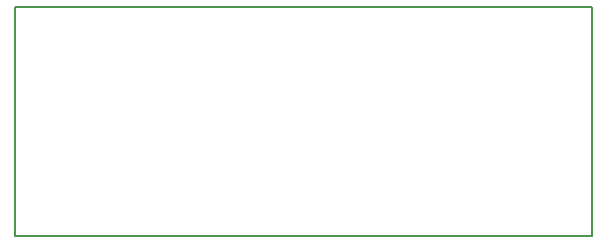
<source format=gbr>
G04 #@! TF.FileFunction,Profile,NP*
%FSLAX46Y46*%
G04 Gerber Fmt 4.6, Leading zero omitted, Abs format (unit mm)*
G04 Created by KiCad (PCBNEW 4.0.7-e2-6376~58~ubuntu16.04.1) date Mon Jan 22 09:02:58 2018*
%MOMM*%
%LPD*%
G01*
G04 APERTURE LIST*
%ADD10C,0.100000*%
%ADD11C,0.150000*%
G04 APERTURE END LIST*
D10*
D11*
X149275800Y-90500200D02*
X149275800Y-90487500D01*
X149275800Y-90766900D02*
X149275800Y-90500200D01*
X100457000Y-90766900D02*
X149275800Y-90766900D01*
X100457000Y-71323200D02*
X100457000Y-90766900D01*
X149275800Y-71323200D02*
X100457000Y-71323200D01*
X149275800Y-90487500D02*
X149275800Y-71323200D01*
M02*

</source>
